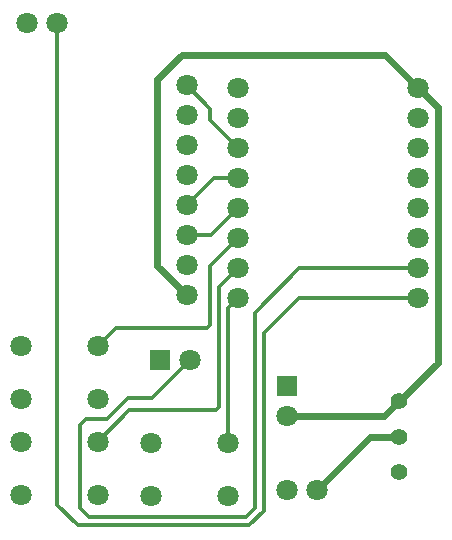
<source format=gbr>
%TF.GenerationSoftware,KiCad,Pcbnew,9.0.5+1*%
%TF.CreationDate,2025-11-07T16:33:50+01:00*%
%TF.ProjectId,PCB,5043422e-6b69-4636-9164-5f7063625858,rev?*%
%TF.SameCoordinates,Original*%
%TF.FileFunction,Copper,L1,Top*%
%TF.FilePolarity,Positive*%
%FSLAX46Y46*%
G04 Gerber Fmt 4.6, Leading zero omitted, Abs format (unit mm)*
G04 Created by KiCad (PCBNEW 9.0.5+1) date 2025-11-07 16:33:50*
%MOMM*%
%LPD*%
G01*
G04 APERTURE LIST*
%TA.AperFunction,ComponentPad*%
%ADD10C,1.800000*%
%TD*%
%TA.AperFunction,ComponentPad*%
%ADD11C,1.400000*%
%TD*%
%TA.AperFunction,ComponentPad*%
%ADD12R,1.800000X1.800000*%
%TD*%
%TA.AperFunction,Conductor*%
%ADD13C,0.300000*%
%TD*%
%TA.AperFunction,Conductor*%
%ADD14C,0.600000*%
%TD*%
G04 APERTURE END LIST*
D10*
%TO.P,J1,1,Pin_1*%
%TO.N,GND*%
X-209540000Y12500000D03*
%TO.P,J1,2,Pin_2*%
%TO.N,Net-(J1-Pin_2)*%
X-207000000Y12500000D03*
%TD*%
%TO.P,J2,1,Pin_1*%
%TO.N,GND*%
X-187540000Y-27000000D03*
%TO.P,J2,2,Pin_2*%
%TO.N,Net-(J2-Pin_2)*%
X-185000000Y-27000000D03*
%TD*%
%TO.P,U1,0*%
%TO.N,Net-(J1-Pin_2)*%
X-176385000Y-10755000D03*
%TO.P,U1,1*%
%TO.N,Net-(D1-A)*%
X-176385000Y-8215000D03*
%TO.P,U1,2*%
%TO.N,unconnected-(U1-Pad2)*%
X-176385000Y-5675000D03*
%TO.P,U1,3*%
%TO.N,unconnected-(U1-Pad3)*%
X-176385000Y-3135000D03*
%TO.P,U1,3V3,3V3*%
%TO.N,unconnected-(U1-Pad3V3)*%
X-176385000Y1945000D03*
%TO.P,U1,4*%
%TO.N,unconnected-(U1-Pad4)*%
X-176385000Y-595000D03*
%TO.P,U1,5*%
%TO.N,unconnected-(U1-Pad5)*%
X-191625000Y7025000D03*
%TO.P,U1,5V,5V*%
%TO.N,VCC*%
X-176385000Y7025000D03*
%TO.P,U1,6*%
%TO.N,unconnected-(U1-Pad6)*%
X-191625000Y4485000D03*
%TO.P,U1,7*%
%TO.N,Net-(U2-INT)*%
X-191625000Y1945000D03*
%TO.P,U1,8,SDA*%
%TO.N,Net-(U1-SDA)*%
X-191625000Y-595000D03*
%TO.P,U1,9,SCL*%
%TO.N,Net-(U1-SCL)*%
X-191625000Y-3135000D03*
%TO.P,U1,10*%
%TO.N,Net-(SW1-Pad1)*%
X-191625000Y-5675000D03*
%TO.P,U1,20*%
%TO.N,Net-(SW2-Pad1)*%
X-191625000Y-8215000D03*
%TO.P,U1,21*%
%TO.N,Net-(SW3-Pad1)*%
X-191625000Y-10755000D03*
%TO.P,U1,GND,GND*%
%TO.N,GND*%
X-176385000Y4485000D03*
%TD*%
D11*
%TO.P,SW4,1,A*%
%TO.N,VCC*%
X-178000000Y-19500000D03*
%TO.P,SW4,2,B*%
%TO.N,Net-(J2-Pin_2)*%
X-178000000Y-22500000D03*
%TO.P,SW4,3,C*%
%TO.N,unconnected-(SW4A-C-Pad3)*%
X-178000000Y-25500000D03*
%TD*%
D10*
%TO.P,SW2,1,1*%
%TO.N,Net-(SW2-Pad1)*%
X-203500000Y-22900000D03*
%TO.P,SW2,2,2*%
%TO.N,unconnected-(SW2-Pad2)*%
X-210000000Y-22900000D03*
%TO.P,SW2,3,K*%
%TO.N,unconnected-(SW2-K-Pad3)*%
X-210000000Y-27400000D03*
%TO.P,SW2,4,A*%
%TO.N,GND*%
X-203500000Y-27400000D03*
%TD*%
%TO.P,U2,1,VCC*%
%TO.N,VCC*%
X-196000000Y-10500000D03*
%TO.P,U2,2,GND*%
%TO.N,GND*%
X-196000000Y-7960000D03*
%TO.P,U2,3,SCL*%
%TO.N,Net-(U1-SCL)*%
X-196000000Y-5420000D03*
%TO.P,U2,4,SDA*%
%TO.N,Net-(U1-SDA)*%
X-196000000Y-2880000D03*
%TO.P,U2,5,XDA*%
%TO.N,unconnected-(U2-XDA-Pad5)*%
X-196000000Y-340000D03*
%TO.P,U2,6,XCL*%
%TO.N,unconnected-(U2-XCL-Pad6)*%
X-196000000Y2200000D03*
%TO.P,U2,7,ADO*%
%TO.N,unconnected-(U2-ADO-Pad7)*%
X-196000000Y4740000D03*
%TO.P,U2,8,INT*%
%TO.N,Net-(U2-INT)*%
X-196000000Y7280000D03*
%TD*%
%TO.P,SW3,1,1*%
%TO.N,Net-(SW3-Pad1)*%
X-192500000Y-23000000D03*
%TO.P,SW3,2,2*%
%TO.N,unconnected-(SW3-Pad2)*%
X-199000000Y-23000000D03*
%TO.P,SW3,3,K*%
%TO.N,unconnected-(SW3-K-Pad3)*%
X-199000000Y-27500000D03*
%TO.P,SW3,4,A*%
%TO.N,GND*%
X-192500000Y-27500000D03*
%TD*%
D12*
%TO.P,D1,1,K*%
%TO.N,GND*%
X-198270000Y-16000000D03*
D10*
%TO.P,D1,2,A*%
%TO.N,Net-(D1-A)*%
X-195730000Y-16000000D03*
%TD*%
D12*
%TO.P,D2,1,K*%
%TO.N,GND*%
X-187500000Y-18230000D03*
D10*
%TO.P,D2,2,A*%
%TO.N,VCC*%
X-187500000Y-20770000D03*
%TD*%
%TO.P,SW1,1,1*%
%TO.N,Net-(SW1-Pad1)*%
X-203500000Y-14800000D03*
%TO.P,SW1,2,2*%
%TO.N,unconnected-(SW1-Pad2)*%
X-210000000Y-14800000D03*
%TO.P,SW1,3,K*%
%TO.N,unconnected-(SW1-K-Pad3)*%
X-210000000Y-19300000D03*
%TO.P,SW1,4,A*%
%TO.N,GND*%
X-203500000Y-19300000D03*
%TD*%
D13*
%TO.N,Net-(D1-A)*%
X-202750000Y-21000000D02*
X-201000000Y-19250000D01*
X-190250000Y-28500000D02*
X-191000000Y-29250000D01*
X-190250000Y-12000000D02*
X-190250000Y-28500000D01*
X-205000000Y-28500000D02*
X-205000000Y-21500000D01*
X-201000000Y-19250000D02*
X-198980000Y-19250000D01*
X-186465000Y-8215000D02*
X-190250000Y-12000000D01*
X-191000000Y-29250000D02*
X-204250000Y-29250000D01*
X-204500000Y-21000000D02*
X-202750000Y-21000000D01*
X-176385000Y-8215000D02*
X-186465000Y-8215000D01*
X-198980000Y-19250000D02*
X-195730000Y-16000000D01*
X-204250000Y-29250000D02*
X-205000000Y-28500000D01*
X-205000000Y-21500000D02*
X-204500000Y-21000000D01*
D14*
%TO.N,VCC*%
X-198500000Y7750000D02*
X-198500000Y-8000000D01*
X-196433978Y9816022D02*
X-198500000Y7750000D01*
X-179270000Y-20770000D02*
X-187500000Y-20770000D01*
X-174750000Y-16250000D02*
X-174750000Y5390000D01*
X-178000000Y-19500000D02*
X-179270000Y-20770000D01*
X-178000000Y-19500000D02*
X-174750000Y-16250000D01*
X-198500000Y-8000000D02*
X-196000000Y-10500000D01*
X-179176022Y9816022D02*
X-196433978Y9816022D01*
X-176385000Y7025000D02*
X-179176022Y9816022D01*
X-174750000Y5390000D02*
X-176385000Y7025000D01*
D13*
%TO.N,Net-(J1-Pin_2)*%
X-189500000Y-28750000D02*
X-190750000Y-30000000D01*
X-186505000Y-10755000D02*
X-189500000Y-13750000D01*
X-190750000Y-30000000D02*
X-205250000Y-30000000D01*
X-176385000Y-10755000D02*
X-186505000Y-10755000D01*
X-207000000Y-28250000D02*
X-207000000Y12500000D01*
X-205250000Y-30000000D02*
X-207000000Y-28250000D01*
X-189500000Y-13750000D02*
X-189500000Y-28750000D01*
D14*
%TO.N,Net-(J2-Pin_2)*%
X-180500000Y-22500000D02*
X-178000000Y-22500000D01*
X-185000000Y-27000000D02*
X-180500000Y-22500000D01*
D13*
%TO.N,Net-(SW1-Pad1)*%
X-194000000Y-8050000D02*
X-194000000Y-8750000D01*
X-203500000Y-14800000D02*
X-201950000Y-13250000D01*
X-191625000Y-5675000D02*
X-194000000Y-8050000D01*
X-194250000Y-13250000D02*
X-194000000Y-13000000D01*
X-194000000Y-13000000D02*
X-194000000Y-8750000D01*
X-201950000Y-13250000D02*
X-194250000Y-13250000D01*
%TO.N,Net-(SW2-Pad1)*%
X-193250000Y-20000000D02*
X-193250000Y-9840000D01*
X-200850000Y-20250000D02*
X-193500000Y-20250000D01*
X-193250000Y-9840000D02*
X-191625000Y-8215000D01*
X-203500000Y-22900000D02*
X-200850000Y-20250000D01*
X-193500000Y-20250000D02*
X-193250000Y-20000000D01*
%TO.N,Net-(SW3-Pad1)*%
X-192500000Y-11630000D02*
X-191625000Y-10755000D01*
X-192500000Y-23000000D02*
X-192500000Y-11630000D01*
%TO.N,Net-(U2-INT)*%
X-194000000Y5280000D02*
X-194000000Y4320000D01*
X-196000000Y7280000D02*
X-194000000Y5280000D01*
X-194000000Y4320000D02*
X-191625000Y1945000D01*
%TO.N,Net-(U1-SDA)*%
X-193715000Y-595000D02*
X-196000000Y-2880000D01*
X-191625000Y-595000D02*
X-193715000Y-595000D01*
%TO.N,Net-(U1-SCL)*%
X-193910000Y-5420000D02*
X-191625000Y-3135000D01*
X-196000000Y-5420000D02*
X-193910000Y-5420000D01*
%TD*%
M02*

</source>
